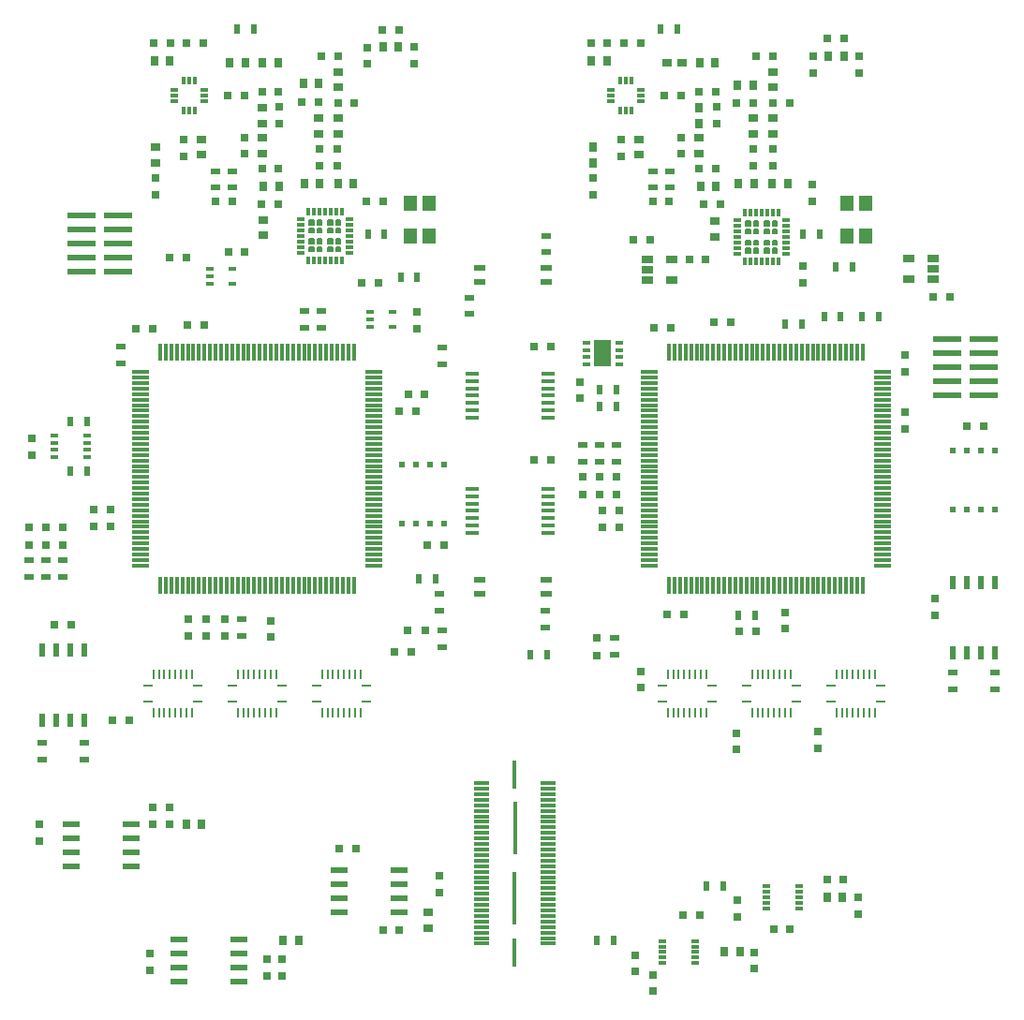
<source format=gbr>
G04 This is an RS-274x file exported by *
G04 gerbv version 2.6.1 *
G04 More information is available about gerbv at *
G04 http://gerbv.geda-project.org/ *
G04 --End of header info--*
%MOIN*%
%FSLAX34Y34*%
%IPPOS*%
G04 --Define apertures--*
%ADD10C,0.0039*%
%ADD11C,0.0059*%
%ADD12R,0.0256X0.0138*%
%ADD13R,0.0138X0.0256*%
%ADD14R,0.0630X0.0630*%
%ADD15R,0.0276X0.0118*%
%ADD16R,0.0118X0.0276*%
%ADD17R,0.0169X0.1000*%
%ADD18R,0.0169X0.1850*%
%ADD19R,0.0571X0.0120*%
%ADD20R,0.0472X0.0551*%
%ADD21R,0.0118X0.0630*%
%ADD22R,0.0630X0.0118*%
%ADD23R,0.0335X0.0110*%
%ADD24R,0.0110X0.0335*%
%ADD25R,0.1201X0.0807*%
%ADD26R,0.0197X0.0236*%
%ADD27R,0.0787X0.0787*%
%ADD28R,0.0315X0.0295*%
%ADD29R,0.0295X0.0315*%
%ADD30R,0.0315X0.0315*%
%ADD31R,0.0276X0.0354*%
%ADD32R,0.0354X0.0276*%
%ADD33R,0.0197X0.0354*%
%ADD34R,0.0354X0.0197*%
%ADD35R,0.0200X0.0450*%
%ADD36R,0.0276X0.0138*%
%ADD37R,0.0622X0.0925*%
%ADD38R,0.0472X0.0157*%
%ADD39R,0.0417X0.0256*%
%ADD40R,0.0260X0.0160*%
%ADD41R,0.0394X0.0197*%
%ADD42R,0.0610X0.0236*%
%ADD43R,0.1000X0.0200*%
G04 --Start main section--*
G54D11*
G01X0069982Y-030664D02*
G01X0069982Y-030821D01*
G01X0069943Y-030664D02*
G01X0069982Y-030664D01*
G01X0069943Y-030821D02*
G01X0069943Y-030664D01*
G01X0069903Y-030821D02*
G01X0069943Y-030821D01*
G01X0069903Y-030664D02*
G01X0069903Y-030821D01*
G01X0069864Y-030664D02*
G01X0069903Y-030664D01*
G01X0069864Y-030821D02*
G01X0069864Y-030664D01*
G01X0070021Y-030821D02*
G01X0069864Y-030821D01*
G01X0070021Y-030664D02*
G01X0070021Y-030821D01*
G01X0069864Y-030664D02*
G01X0070021Y-030664D01*
G01X0069864Y-030939D02*
G01X0070021Y-030939D01*
G01X0070021Y-030939D02*
G01X0070021Y-031097D01*
G01X0070021Y-031097D02*
G01X0069864Y-031097D01*
G01X0069864Y-031097D02*
G01X0069864Y-030939D01*
G01X0069864Y-030939D02*
G01X0069903Y-030939D01*
G01X0069903Y-030939D02*
G01X0069903Y-031097D01*
G01X0069903Y-031097D02*
G01X0069943Y-031097D01*
G01X0069943Y-031097D02*
G01X0069943Y-030939D01*
G01X0069943Y-030939D02*
G01X0069982Y-030939D01*
G01X0069982Y-030939D02*
G01X0069982Y-031097D01*
G01X0070258Y-030939D02*
G01X0070258Y-031097D01*
G01X0070218Y-030939D02*
G01X0070258Y-030939D01*
G01X0070218Y-031097D02*
G01X0070218Y-030939D01*
G01X0070179Y-031097D02*
G01X0070218Y-031097D01*
G01X0070179Y-030939D02*
G01X0070179Y-031097D01*
G01X0070139Y-030939D02*
G01X0070179Y-030939D01*
G01X0070139Y-031097D02*
G01X0070139Y-030939D01*
G01X0070297Y-031097D02*
G01X0070139Y-031097D01*
G01X0070297Y-030939D02*
G01X0070297Y-031097D01*
G01X0070139Y-030939D02*
G01X0070297Y-030939D01*
G01X0070139Y-030664D02*
G01X0070297Y-030664D01*
G01X0070297Y-030664D02*
G01X0070297Y-030821D01*
G01X0070297Y-030821D02*
G01X0070139Y-030821D01*
G01X0070139Y-030821D02*
G01X0070139Y-030664D01*
G01X0070139Y-030664D02*
G01X0070179Y-030664D01*
G01X0070179Y-030664D02*
G01X0070179Y-030821D01*
G01X0070179Y-030821D02*
G01X0070218Y-030821D01*
G01X0070218Y-030821D02*
G01X0070218Y-030664D01*
G01X0070218Y-030664D02*
G01X0070258Y-030664D01*
G01X0070258Y-030664D02*
G01X0070258Y-030821D01*
G01X0070258Y-031333D02*
G01X0070258Y-031491D01*
G01X0070218Y-031333D02*
G01X0070258Y-031333D01*
G01X0070218Y-031491D02*
G01X0070218Y-031333D01*
G01X0070179Y-031491D02*
G01X0070218Y-031491D01*
G01X0070179Y-031333D02*
G01X0070179Y-031491D01*
G01X0070139Y-031333D02*
G01X0070179Y-031333D01*
G01X0070139Y-031491D02*
G01X0070139Y-031333D01*
G01X0070297Y-031491D02*
G01X0070139Y-031491D01*
G01X0070297Y-031333D02*
G01X0070297Y-031491D01*
G01X0070139Y-031333D02*
G01X0070297Y-031333D01*
G01X0070139Y-031609D02*
G01X0070297Y-031609D01*
G01X0070297Y-031609D02*
G01X0070297Y-031766D01*
G01X0070297Y-031766D02*
G01X0070139Y-031766D01*
G01X0070139Y-031766D02*
G01X0070139Y-031609D01*
G01X0070139Y-031609D02*
G01X0070179Y-031609D01*
G01X0070179Y-031609D02*
G01X0070179Y-031766D01*
G01X0070179Y-031766D02*
G01X0070218Y-031766D01*
G01X0070218Y-031766D02*
G01X0070218Y-031609D01*
G01X0070218Y-031609D02*
G01X0070258Y-031609D01*
G01X0070258Y-031609D02*
G01X0070258Y-031766D01*
G01X0069982Y-031609D02*
G01X0069982Y-031766D01*
G01X0069943Y-031609D02*
G01X0069982Y-031609D01*
G01X0069943Y-031766D02*
G01X0069943Y-031609D01*
G01X0069903Y-031766D02*
G01X0069943Y-031766D01*
G01X0069903Y-031609D02*
G01X0069903Y-031766D01*
G01X0069864Y-031609D02*
G01X0069903Y-031609D01*
G01X0069864Y-031766D02*
G01X0069864Y-031609D01*
G01X0070021Y-031766D02*
G01X0069864Y-031766D01*
G01X0070021Y-031609D02*
G01X0070021Y-031766D01*
G01X0069864Y-031609D02*
G01X0070021Y-031609D01*
G01X0069864Y-031333D02*
G01X0070021Y-031333D01*
G01X0070021Y-031333D02*
G01X0070021Y-031491D01*
G01X0070021Y-031491D02*
G01X0069864Y-031491D01*
G01X0069864Y-031491D02*
G01X0069864Y-031333D01*
G01X0069864Y-031333D02*
G01X0069903Y-031333D01*
G01X0069903Y-031333D02*
G01X0069903Y-031491D01*
G01X0069903Y-031491D02*
G01X0069943Y-031491D01*
G01X0069943Y-031491D02*
G01X0069943Y-031333D01*
G01X0069943Y-031333D02*
G01X0069982Y-031333D01*
G01X0069982Y-031333D02*
G01X0069982Y-031491D01*
G01X0070651Y-031333D02*
G01X0070651Y-031491D01*
G01X0070612Y-031333D02*
G01X0070651Y-031333D01*
G01X0070612Y-031491D02*
G01X0070612Y-031333D01*
G01X0070572Y-031491D02*
G01X0070612Y-031491D01*
G01X0070572Y-031333D02*
G01X0070572Y-031491D01*
G01X0070533Y-031333D02*
G01X0070572Y-031333D01*
G01X0070533Y-031491D02*
G01X0070533Y-031333D01*
G01X0070691Y-031491D02*
G01X0070533Y-031491D01*
G01X0070691Y-031333D02*
G01X0070691Y-031491D01*
G01X0070533Y-031333D02*
G01X0070691Y-031333D01*
G01X0070533Y-031609D02*
G01X0070691Y-031609D01*
G01X0070691Y-031609D02*
G01X0070691Y-031766D01*
G01X0070691Y-031766D02*
G01X0070533Y-031766D01*
G01X0070533Y-031766D02*
G01X0070533Y-031609D01*
G01X0070533Y-031609D02*
G01X0070572Y-031609D01*
G01X0070572Y-031609D02*
G01X0070572Y-031766D01*
G01X0070572Y-031766D02*
G01X0070612Y-031766D01*
G01X0070612Y-031766D02*
G01X0070612Y-031609D01*
G01X0070612Y-031609D02*
G01X0070651Y-031609D01*
G01X0070651Y-031609D02*
G01X0070651Y-031766D01*
G01X0070927Y-031609D02*
G01X0070927Y-031766D01*
G01X0070887Y-031609D02*
G01X0070927Y-031609D01*
G01X0070887Y-031766D02*
G01X0070887Y-031609D01*
G01X0070848Y-031766D02*
G01X0070887Y-031766D01*
G01X0070848Y-031609D02*
G01X0070848Y-031766D01*
G01X0070809Y-031609D02*
G01X0070848Y-031609D01*
G01X0070809Y-031766D02*
G01X0070809Y-031609D01*
G01X0070966Y-031766D02*
G01X0070809Y-031766D01*
G01X0070966Y-031609D02*
G01X0070966Y-031766D01*
G01X0070809Y-031609D02*
G01X0070966Y-031609D01*
G01X0070809Y-031333D02*
G01X0070966Y-031333D01*
G01X0070966Y-031333D02*
G01X0070966Y-031491D01*
G01X0070966Y-031491D02*
G01X0070809Y-031491D01*
G01X0070809Y-031491D02*
G01X0070809Y-031333D01*
G01X0070809Y-031333D02*
G01X0070848Y-031333D01*
G01X0070848Y-031333D02*
G01X0070848Y-031491D01*
G01X0070848Y-031491D02*
G01X0070887Y-031491D01*
G01X0070887Y-031491D02*
G01X0070887Y-031333D01*
G01X0070887Y-031333D02*
G01X0070927Y-031333D01*
G01X0070927Y-031333D02*
G01X0070927Y-031491D01*
G01X0070927Y-030664D02*
G01X0070927Y-030821D01*
G01X0070887Y-030664D02*
G01X0070927Y-030664D01*
G01X0070887Y-030821D02*
G01X0070887Y-030664D01*
G01X0070848Y-030821D02*
G01X0070887Y-030821D01*
G01X0070848Y-030664D02*
G01X0070848Y-030821D01*
G01X0070809Y-030664D02*
G01X0070848Y-030664D01*
G01X0070809Y-030821D02*
G01X0070809Y-030664D01*
G01X0070966Y-030821D02*
G01X0070809Y-030821D01*
G01X0070966Y-030664D02*
G01X0070966Y-030821D01*
G01X0070809Y-030664D02*
G01X0070966Y-030664D01*
G01X0070809Y-030939D02*
G01X0070966Y-030939D01*
G01X0070966Y-030939D02*
G01X0070966Y-031097D01*
G01X0070966Y-031097D02*
G01X0070809Y-031097D01*
G01X0070809Y-031097D02*
G01X0070809Y-030939D01*
G01X0070809Y-030939D02*
G01X0070848Y-030939D01*
G01X0070848Y-030939D02*
G01X0070848Y-031097D01*
G01X0070848Y-031097D02*
G01X0070887Y-031097D01*
G01X0070887Y-031097D02*
G01X0070887Y-030939D01*
G01X0070887Y-030939D02*
G01X0070927Y-030939D01*
G01X0070927Y-030939D02*
G01X0070927Y-031097D01*
G01X0070651Y-030939D02*
G01X0070651Y-031097D01*
G01X0070612Y-030939D02*
G01X0070651Y-030939D01*
G01X0070612Y-031097D02*
G01X0070612Y-030939D01*
G01X0070572Y-031097D02*
G01X0070612Y-031097D01*
G01X0070572Y-030939D02*
G01X0070572Y-031097D01*
G01X0070533Y-030939D02*
G01X0070572Y-030939D01*
G01X0070533Y-031097D02*
G01X0070533Y-030939D01*
G01X0070691Y-031097D02*
G01X0070533Y-031097D01*
G01X0070691Y-030939D02*
G01X0070691Y-031097D01*
G01X0070533Y-030939D02*
G01X0070691Y-030939D01*
G01X0070533Y-030664D02*
G01X0070691Y-030664D01*
G01X0070691Y-030664D02*
G01X0070691Y-030821D01*
G01X0070691Y-030821D02*
G01X0070533Y-030821D01*
G01X0070533Y-030821D02*
G01X0070533Y-030664D01*
G01X0070533Y-030664D02*
G01X0070572Y-030664D01*
G01X0070572Y-030664D02*
G01X0070572Y-030821D01*
G01X0070572Y-030821D02*
G01X0070612Y-030821D01*
G01X0070612Y-030821D02*
G01X0070612Y-030664D01*
G01X0070612Y-030664D02*
G01X0070651Y-030664D01*
G01X0070651Y-030664D02*
G01X0070651Y-030821D01*
G01X0085517Y-030699D02*
G01X0085517Y-030856D01*
G01X0085478Y-030699D02*
G01X0085517Y-030699D01*
G01X0085478Y-030856D02*
G01X0085478Y-030699D01*
G01X0085438Y-030856D02*
G01X0085478Y-030856D01*
G01X0085438Y-030699D02*
G01X0085438Y-030856D01*
G01X0085399Y-030699D02*
G01X0085438Y-030699D01*
G01X0085399Y-030856D02*
G01X0085399Y-030699D01*
G01X0085556Y-030856D02*
G01X0085399Y-030856D01*
G01X0085556Y-030699D02*
G01X0085556Y-030856D01*
G01X0085399Y-030699D02*
G01X0085556Y-030699D01*
G01X0085399Y-030974D02*
G01X0085556Y-030974D01*
G01X0085556Y-030974D02*
G01X0085556Y-031132D01*
G01X0085556Y-031132D02*
G01X0085399Y-031132D01*
G01X0085399Y-031132D02*
G01X0085399Y-030974D01*
G01X0085399Y-030974D02*
G01X0085438Y-030974D01*
G01X0085438Y-030974D02*
G01X0085438Y-031132D01*
G01X0085438Y-031132D02*
G01X0085478Y-031132D01*
G01X0085478Y-031132D02*
G01X0085478Y-030974D01*
G01X0085478Y-030974D02*
G01X0085517Y-030974D01*
G01X0085517Y-030974D02*
G01X0085517Y-031132D01*
G01X0085793Y-030974D02*
G01X0085793Y-031132D01*
G01X0085753Y-030974D02*
G01X0085793Y-030974D01*
G01X0085753Y-031132D02*
G01X0085753Y-030974D01*
G01X0085714Y-031132D02*
G01X0085753Y-031132D01*
G01X0085714Y-030974D02*
G01X0085714Y-031132D01*
G01X0085674Y-030974D02*
G01X0085714Y-030974D01*
G01X0085674Y-031132D02*
G01X0085674Y-030974D01*
G01X0085832Y-031132D02*
G01X0085674Y-031132D01*
G01X0085832Y-030974D02*
G01X0085832Y-031132D01*
G01X0085674Y-030974D02*
G01X0085832Y-030974D01*
G01X0085674Y-030699D02*
G01X0085832Y-030699D01*
G01X0085832Y-030699D02*
G01X0085832Y-030856D01*
G01X0085832Y-030856D02*
G01X0085674Y-030856D01*
G01X0085674Y-030856D02*
G01X0085674Y-030699D01*
G01X0085674Y-030699D02*
G01X0085714Y-030699D01*
G01X0085714Y-030699D02*
G01X0085714Y-030856D01*
G01X0085714Y-030856D02*
G01X0085753Y-030856D01*
G01X0085753Y-030856D02*
G01X0085753Y-030699D01*
G01X0085753Y-030699D02*
G01X0085793Y-030699D01*
G01X0085793Y-030699D02*
G01X0085793Y-030856D01*
G01X0085793Y-031368D02*
G01X0085793Y-031526D01*
G01X0085753Y-031368D02*
G01X0085793Y-031368D01*
G01X0085753Y-031526D02*
G01X0085753Y-031368D01*
G01X0085714Y-031526D02*
G01X0085753Y-031526D01*
G01X0085714Y-031368D02*
G01X0085714Y-031526D01*
G01X0085674Y-031368D02*
G01X0085714Y-031368D01*
G01X0085674Y-031526D02*
G01X0085674Y-031368D01*
G01X0085832Y-031526D02*
G01X0085674Y-031526D01*
G01X0085832Y-031368D02*
G01X0085832Y-031526D01*
G01X0085674Y-031368D02*
G01X0085832Y-031368D01*
G01X0085674Y-031644D02*
G01X0085832Y-031644D01*
G01X0085832Y-031644D02*
G01X0085832Y-031801D01*
G01X0085832Y-031801D02*
G01X0085674Y-031801D01*
G01X0085674Y-031801D02*
G01X0085674Y-031644D01*
G01X0085674Y-031644D02*
G01X0085714Y-031644D01*
G01X0085714Y-031644D02*
G01X0085714Y-031801D01*
G01X0085714Y-031801D02*
G01X0085753Y-031801D01*
G01X0085753Y-031801D02*
G01X0085753Y-031644D01*
G01X0085753Y-031644D02*
G01X0085793Y-031644D01*
G01X0085793Y-031644D02*
G01X0085793Y-031801D01*
G01X0085517Y-031644D02*
G01X0085517Y-031801D01*
G01X0085478Y-031644D02*
G01X0085517Y-031644D01*
G01X0085478Y-031801D02*
G01X0085478Y-031644D01*
G01X0085438Y-031801D02*
G01X0085478Y-031801D01*
G01X0085438Y-031644D02*
G01X0085438Y-031801D01*
G01X0085399Y-031644D02*
G01X0085438Y-031644D01*
G01X0085399Y-031801D02*
G01X0085399Y-031644D01*
G01X0085556Y-031801D02*
G01X0085399Y-031801D01*
G01X0085556Y-031644D02*
G01X0085556Y-031801D01*
G01X0085399Y-031644D02*
G01X0085556Y-031644D01*
G01X0085399Y-031368D02*
G01X0085556Y-031368D01*
G01X0085556Y-031368D02*
G01X0085556Y-031526D01*
G01X0085556Y-031526D02*
G01X0085399Y-031526D01*
G01X0085399Y-031526D02*
G01X0085399Y-031368D01*
G01X0085399Y-031368D02*
G01X0085438Y-031368D01*
G01X0085438Y-031368D02*
G01X0085438Y-031526D01*
G01X0085438Y-031526D02*
G01X0085478Y-031526D01*
G01X0085478Y-031526D02*
G01X0085478Y-031368D01*
G01X0085478Y-031368D02*
G01X0085517Y-031368D01*
G01X0085517Y-031368D02*
G01X0085517Y-031526D01*
G01X0086186Y-031368D02*
G01X0086186Y-031526D01*
G01X0086147Y-031368D02*
G01X0086186Y-031368D01*
G01X0086147Y-031526D02*
G01X0086147Y-031368D01*
G01X0086107Y-031526D02*
G01X0086147Y-031526D01*
G01X0086107Y-031368D02*
G01X0086107Y-031526D01*
G01X0086068Y-031368D02*
G01X0086107Y-031368D01*
G01X0086068Y-031526D02*
G01X0086068Y-031368D01*
G01X0086226Y-031526D02*
G01X0086068Y-031526D01*
G01X0086226Y-031368D02*
G01X0086226Y-031526D01*
G01X0086068Y-031368D02*
G01X0086226Y-031368D01*
G01X0086068Y-031644D02*
G01X0086226Y-031644D01*
G01X0086226Y-031644D02*
G01X0086226Y-031801D01*
G01X0086226Y-031801D02*
G01X0086068Y-031801D01*
G01X0086068Y-031801D02*
G01X0086068Y-031644D01*
G01X0086068Y-031644D02*
G01X0086107Y-031644D01*
G01X0086107Y-031644D02*
G01X0086107Y-031801D01*
G01X0086107Y-031801D02*
G01X0086147Y-031801D01*
G01X0086147Y-031801D02*
G01X0086147Y-031644D01*
G01X0086147Y-031644D02*
G01X0086186Y-031644D01*
G01X0086186Y-031644D02*
G01X0086186Y-031801D01*
G01X0086462Y-031644D02*
G01X0086462Y-031801D01*
G01X0086422Y-031644D02*
G01X0086462Y-031644D01*
G01X0086422Y-031801D02*
G01X0086422Y-031644D01*
G01X0086383Y-031801D02*
G01X0086422Y-031801D01*
G01X0086383Y-031644D02*
G01X0086383Y-031801D01*
G01X0086344Y-031644D02*
G01X0086383Y-031644D01*
G01X0086344Y-031801D02*
G01X0086344Y-031644D01*
G01X0086501Y-031801D02*
G01X0086344Y-031801D01*
G01X0086501Y-031644D02*
G01X0086501Y-031801D01*
G01X0086344Y-031644D02*
G01X0086501Y-031644D01*
G01X0086344Y-031368D02*
G01X0086501Y-031368D01*
G01X0086501Y-031368D02*
G01X0086501Y-031526D01*
G01X0086501Y-031526D02*
G01X0086344Y-031526D01*
G01X0086344Y-031526D02*
G01X0086344Y-031368D01*
G01X0086344Y-031368D02*
G01X0086383Y-031368D01*
G01X0086383Y-031368D02*
G01X0086383Y-031526D01*
G01X0086383Y-031526D02*
G01X0086422Y-031526D01*
G01X0086422Y-031526D02*
G01X0086422Y-031368D01*
G01X0086422Y-031368D02*
G01X0086462Y-031368D01*
G01X0086462Y-031368D02*
G01X0086462Y-031526D01*
G01X0086462Y-030699D02*
G01X0086462Y-030856D01*
G01X0086422Y-030699D02*
G01X0086462Y-030699D01*
G01X0086422Y-030856D02*
G01X0086422Y-030699D01*
G01X0086383Y-030856D02*
G01X0086422Y-030856D01*
G01X0086383Y-030699D02*
G01X0086383Y-030856D01*
G01X0086344Y-030699D02*
G01X0086383Y-030699D01*
G01X0086344Y-030856D02*
G01X0086344Y-030699D01*
G01X0086501Y-030856D02*
G01X0086344Y-030856D01*
G01X0086501Y-030699D02*
G01X0086501Y-030856D01*
G01X0086344Y-030699D02*
G01X0086501Y-030699D01*
G01X0086344Y-030974D02*
G01X0086501Y-030974D01*
G01X0086501Y-030974D02*
G01X0086501Y-031132D01*
G01X0086501Y-031132D02*
G01X0086344Y-031132D01*
G01X0086344Y-031132D02*
G01X0086344Y-030974D01*
G01X0086344Y-030974D02*
G01X0086383Y-030974D01*
G01X0086383Y-030974D02*
G01X0086383Y-031132D01*
G01X0086383Y-031132D02*
G01X0086422Y-031132D01*
G01X0086422Y-031132D02*
G01X0086422Y-030974D01*
G01X0086422Y-030974D02*
G01X0086462Y-030974D01*
G01X0086462Y-030974D02*
G01X0086462Y-031132D01*
G01X0086186Y-030974D02*
G01X0086186Y-031132D01*
G01X0086147Y-030974D02*
G01X0086186Y-030974D01*
G01X0086147Y-031132D02*
G01X0086147Y-030974D01*
G01X0086107Y-031132D02*
G01X0086147Y-031132D01*
G01X0086107Y-030974D02*
G01X0086107Y-031132D01*
G01X0086068Y-030974D02*
G01X0086107Y-030974D01*
G01X0086068Y-031132D02*
G01X0086068Y-030974D01*
G01X0086226Y-031132D02*
G01X0086068Y-031132D01*
G01X0086226Y-030974D02*
G01X0086226Y-031132D01*
G01X0086068Y-030974D02*
G01X0086226Y-030974D01*
G01X0086068Y-030699D02*
G01X0086226Y-030699D01*
G01X0086226Y-030699D02*
G01X0086226Y-030856D01*
G01X0086226Y-030856D02*
G01X0086068Y-030856D01*
G01X0086068Y-030856D02*
G01X0086068Y-030699D01*
G01X0086068Y-030699D02*
G01X0086107Y-030699D01*
G01X0086107Y-030699D02*
G01X0086107Y-030856D01*
G01X0086107Y-030856D02*
G01X0086147Y-030856D01*
G01X0086147Y-030856D02*
G01X0086147Y-030699D01*
G01X0086147Y-030699D02*
G01X0086186Y-030699D01*
G01X0086186Y-030699D02*
G01X0086186Y-030856D01*
G54D12*
G01X0069539Y-031806D03*
G01X0069539Y-031609D03*
G01X0069539Y-031412D03*
G01X0069539Y-030624D03*
G01X0069539Y-030821D03*
G01X0069539Y-031018D03*
G01X0069539Y-031215D03*
G01X0071291Y-031806D03*
G01X0071291Y-031609D03*
G01X0071291Y-031412D03*
G01X0071291Y-030624D03*
G01X0071291Y-030821D03*
G01X0071291Y-031018D03*
G01X0071291Y-031215D03*
G54D13*
G01X0069824Y-032091D03*
G01X0070021Y-032091D03*
G01X0070218Y-032091D03*
G01X0070415Y-032091D03*
G01X0070612Y-032091D03*
G01X0070809Y-032091D03*
G01X0071006Y-032091D03*
G01X0069824Y-030339D03*
G01X0070021Y-030339D03*
G01X0070218Y-030339D03*
G01X0070612Y-030339D03*
G01X0070809Y-030339D03*
G01X0071006Y-030339D03*
G01X0070415Y-030339D03*
G54D12*
G01X0085074Y-031841D03*
G01X0085074Y-031644D03*
G01X0085074Y-031447D03*
G01X0085074Y-030659D03*
G01X0085074Y-030856D03*
G01X0085074Y-031053D03*
G01X0085074Y-031250D03*
G01X0086826Y-031841D03*
G01X0086826Y-031644D03*
G01X0086826Y-031447D03*
G01X0086826Y-030659D03*
G01X0086826Y-030856D03*
G01X0086826Y-031053D03*
G01X0086826Y-031250D03*
G54D13*
G01X0085359Y-032126D03*
G01X0085556Y-032126D03*
G01X0085753Y-032126D03*
G01X0085950Y-032126D03*
G01X0086147Y-032126D03*
G01X0086344Y-032126D03*
G01X0086541Y-032126D03*
G01X0085359Y-030374D03*
G01X0085556Y-030374D03*
G01X0085753Y-030374D03*
G01X0086147Y-030374D03*
G01X0086344Y-030374D03*
G01X0086541Y-030374D03*
G01X0085950Y-030374D03*
G54D15*
G01X0081656Y-026422D03*
G01X0081656Y-026225D03*
G01X0081656Y-026028D03*
G01X0080594Y-026422D03*
G01X0080594Y-026225D03*
G01X0080594Y-026028D03*
G54D16*
G01X0081125Y-025694D03*
G01X0081322Y-025694D03*
G01X0080928Y-025694D03*
G01X0081125Y-026756D03*
G01X0081322Y-026756D03*
G01X0080928Y-026756D03*
G54D15*
G01X0066106Y-026422D03*
G01X0066106Y-026225D03*
G01X0066106Y-026028D03*
G01X0065044Y-026422D03*
G01X0065044Y-026225D03*
G01X0065044Y-026028D03*
G54D16*
G01X0065575Y-025694D03*
G01X0065772Y-025694D03*
G01X0065378Y-025694D03*
G01X0065575Y-026756D03*
G01X0065772Y-026756D03*
G01X0065378Y-026756D03*
G54D17*
G01X0077165Y-050368D03*
G54D18*
G01X0077185Y-052293D03*
G54D17*
G01X0077165Y-056719D03*
G54D19*
G01X0075988Y-054035D03*
G01X0075988Y-050689D03*
G01X0075988Y-050886D03*
G01X0075988Y-051083D03*
G01X0075988Y-051280D03*
G01X0075988Y-051476D03*
G01X0075988Y-051673D03*
G01X0075988Y-051870D03*
G01X0075988Y-052067D03*
G01X0075988Y-052264D03*
G01X0075988Y-052461D03*
G01X0075988Y-052657D03*
G01X0075988Y-052854D03*
G01X0075988Y-053051D03*
G01X0075988Y-053248D03*
G01X0075988Y-053445D03*
G01X0075988Y-053642D03*
G01X0075988Y-053839D03*
G01X0075988Y-054232D03*
G01X0075988Y-054429D03*
G01X0075988Y-054626D03*
G01X0075988Y-054823D03*
G01X0075988Y-055020D03*
G01X0075988Y-055217D03*
G01X0075988Y-055413D03*
G01X0075988Y-055610D03*
G01X0075988Y-055807D03*
G01X0075988Y-056004D03*
G01X0075988Y-056201D03*
G01X0075988Y-056398D03*
G01X0078343Y-056398D03*
G01X0078343Y-056201D03*
G01X0078343Y-056004D03*
G01X0078343Y-055807D03*
G01X0078343Y-055610D03*
G01X0078343Y-055413D03*
G01X0078343Y-055217D03*
G01X0078343Y-055020D03*
G01X0078343Y-054823D03*
G01X0078343Y-054626D03*
G01X0078343Y-054429D03*
G01X0078343Y-054232D03*
G01X0078343Y-053839D03*
G01X0078343Y-053642D03*
G01X0078343Y-053445D03*
G01X0078343Y-053248D03*
G01X0078343Y-053051D03*
G01X0078343Y-052854D03*
G01X0078343Y-052657D03*
G01X0078343Y-052461D03*
G01X0078343Y-052264D03*
G01X0078343Y-052067D03*
G01X0078343Y-051870D03*
G01X0078343Y-051673D03*
G01X0078343Y-051476D03*
G01X0078343Y-051280D03*
G01X0078343Y-051083D03*
G01X0078343Y-050886D03*
G01X0078343Y-050689D03*
G01X0078343Y-054035D03*
G54D18*
G01X0077165Y-054793D03*
G54D20*
G01X0088990Y-030034D03*
G01X0088990Y-031216D03*
G01X0089660Y-031216D03*
G01X0089660Y-030034D03*
G54D21*
G01X0064555Y-035346D03*
G01X0064752Y-035346D03*
G01X0064949Y-035346D03*
G01X0065146Y-035346D03*
G01X0065343Y-035346D03*
G01X0065539Y-035346D03*
G01X0065736Y-035346D03*
G01X0065933Y-035346D03*
G01X0066130Y-035346D03*
G01X0066327Y-035346D03*
G01X0066524Y-035346D03*
G01X0066720Y-035346D03*
G01X0066917Y-035346D03*
G01X0067114Y-035346D03*
G01X0067311Y-035346D03*
G01X0067508Y-035346D03*
G01X0067705Y-035346D03*
G01X0067902Y-035346D03*
G01X0068098Y-035346D03*
G01X0068295Y-035346D03*
G01X0068492Y-035346D03*
G01X0068689Y-035346D03*
G01X0068886Y-035346D03*
G01X0069083Y-035346D03*
G01X0069280Y-035346D03*
G01X0069476Y-035346D03*
G01X0069673Y-035346D03*
G01X0069870Y-035346D03*
G01X0070067Y-035346D03*
G01X0070264Y-035346D03*
G01X0070461Y-035346D03*
G01X0070657Y-035346D03*
G01X0070854Y-035346D03*
G01X0071051Y-035346D03*
G01X0071248Y-035346D03*
G01X0071445Y-035346D03*
G54D22*
G01X0072154Y-036055D03*
G01X0072154Y-036252D03*
G01X0072154Y-036449D03*
G01X0072154Y-036646D03*
G01X0072154Y-036843D03*
G01X0072154Y-037039D03*
G01X0072154Y-037236D03*
G01X0072154Y-037433D03*
G01X0072154Y-037630D03*
G01X0072154Y-037827D03*
G01X0072154Y-038024D03*
G01X0072154Y-038220D03*
G01X0072154Y-038417D03*
G01X0072154Y-038614D03*
G01X0072154Y-038811D03*
G01X0072154Y-039008D03*
G01X0072154Y-039205D03*
G01X0072154Y-039402D03*
G01X0072154Y-039598D03*
G01X0072154Y-039795D03*
G01X0072154Y-039992D03*
G01X0072154Y-040189D03*
G01X0072154Y-040386D03*
G01X0072154Y-040583D03*
G01X0072154Y-040780D03*
G01X0072154Y-040976D03*
G01X0072154Y-041173D03*
G01X0072154Y-041370D03*
G01X0072154Y-041567D03*
G01X0072154Y-041764D03*
G01X0072154Y-041961D03*
G01X0072154Y-042157D03*
G01X0072154Y-042354D03*
G01X0072154Y-042551D03*
G01X0072154Y-042748D03*
G01X0072154Y-042945D03*
G54D21*
G01X0071445Y-043654D03*
G01X0071248Y-043654D03*
G01X0071051Y-043654D03*
G01X0070854Y-043654D03*
G01X0070657Y-043654D03*
G01X0070461Y-043654D03*
G01X0070264Y-043654D03*
G01X0070067Y-043654D03*
G01X0069870Y-043654D03*
G01X0069673Y-043654D03*
G01X0069476Y-043654D03*
G01X0069280Y-043654D03*
G01X0069083Y-043654D03*
G01X0068886Y-043654D03*
G01X0068689Y-043654D03*
G01X0068492Y-043654D03*
G01X0068295Y-043654D03*
G01X0068098Y-043654D03*
G01X0067902Y-043654D03*
G01X0067705Y-043654D03*
G01X0067508Y-043654D03*
G01X0067311Y-043654D03*
G01X0067114Y-043654D03*
G01X0066917Y-043654D03*
G01X0066720Y-043654D03*
G01X0066524Y-043654D03*
G01X0066327Y-043654D03*
G01X0066130Y-043654D03*
G01X0065933Y-043654D03*
G01X0065736Y-043654D03*
G01X0065539Y-043654D03*
G01X0065343Y-043654D03*
G01X0065146Y-043654D03*
G01X0064949Y-043654D03*
G01X0064752Y-043654D03*
G01X0064555Y-043654D03*
G54D22*
G01X0063846Y-042945D03*
G01X0063846Y-042748D03*
G01X0063846Y-042551D03*
G01X0063846Y-042354D03*
G01X0063846Y-042157D03*
G01X0063846Y-041961D03*
G01X0063846Y-041764D03*
G01X0063846Y-041567D03*
G01X0063846Y-041370D03*
G01X0063846Y-041173D03*
G01X0063846Y-040976D03*
G01X0063846Y-040780D03*
G01X0063846Y-040583D03*
G01X0063846Y-040386D03*
G01X0063846Y-040189D03*
G01X0063846Y-039992D03*
G01X0063846Y-039795D03*
G01X0063846Y-039598D03*
G01X0063846Y-039402D03*
G01X0063846Y-039205D03*
G01X0063846Y-039008D03*
G01X0063846Y-038811D03*
G01X0063846Y-038614D03*
G01X0063846Y-038417D03*
G01X0063846Y-038220D03*
G01X0063846Y-038024D03*
G01X0063846Y-037827D03*
G01X0063846Y-037630D03*
G01X0063846Y-037433D03*
G01X0063846Y-037236D03*
G01X0063846Y-037039D03*
G01X0063846Y-036843D03*
G01X0063846Y-036646D03*
G01X0063846Y-036449D03*
G01X0063846Y-036252D03*
G01X0063846Y-036055D03*
G54D23*
G01X0071876Y-047795D03*
G01X0071876Y-047205D03*
G54D24*
G01X0071689Y-048179D03*
G01X0071492Y-048179D03*
G01X0071295Y-048179D03*
G01X0071098Y-048179D03*
G01X0070902Y-048179D03*
G01X0070705Y-048179D03*
G01X0070508Y-048179D03*
G01X0070311Y-048179D03*
G01X0070311Y-046821D03*
G01X0070508Y-046821D03*
G01X0070705Y-046821D03*
G01X0070902Y-046821D03*
G01X0071098Y-046821D03*
G01X0071295Y-046821D03*
G01X0071492Y-046821D03*
G01X0071689Y-046821D03*
G54D23*
G01X0070124Y-047205D03*
G01X0070124Y-047795D03*
G01X0084176Y-047795D03*
G01X0084176Y-047205D03*
G54D24*
G01X0083989Y-048179D03*
G01X0083792Y-048179D03*
G01X0083595Y-048179D03*
G01X0083398Y-048179D03*
G01X0083202Y-048179D03*
G01X0083005Y-048179D03*
G01X0082808Y-048179D03*
G01X0082611Y-048179D03*
G01X0082611Y-046821D03*
G01X0082808Y-046821D03*
G01X0083005Y-046821D03*
G01X0083202Y-046821D03*
G01X0083398Y-046821D03*
G01X0083595Y-046821D03*
G01X0083792Y-046821D03*
G01X0083989Y-046821D03*
G54D23*
G01X0082424Y-047205D03*
G01X0082424Y-047795D03*
G01X0065876Y-047795D03*
G01X0065876Y-047205D03*
G54D24*
G01X0065689Y-048179D03*
G01X0065492Y-048179D03*
G01X0065295Y-048179D03*
G01X0065098Y-048179D03*
G01X0064902Y-048179D03*
G01X0064705Y-048179D03*
G01X0064508Y-048179D03*
G01X0064311Y-048179D03*
G01X0064311Y-046821D03*
G01X0064508Y-046821D03*
G01X0064705Y-046821D03*
G01X0064902Y-046821D03*
G01X0065098Y-046821D03*
G01X0065295Y-046821D03*
G01X0065492Y-046821D03*
G01X0065689Y-046821D03*
G54D23*
G01X0064124Y-047205D03*
G01X0064124Y-047795D03*
G01X0090176Y-047795D03*
G01X0090176Y-047205D03*
G54D24*
G01X0089989Y-048179D03*
G01X0089792Y-048179D03*
G01X0089595Y-048179D03*
G01X0089398Y-048179D03*
G01X0089202Y-048179D03*
G01X0089005Y-048179D03*
G01X0088808Y-048179D03*
G01X0088611Y-048179D03*
G01X0088611Y-046821D03*
G01X0088808Y-046821D03*
G01X0089005Y-046821D03*
G01X0089202Y-046821D03*
G01X0089398Y-046821D03*
G01X0089595Y-046821D03*
G01X0089792Y-046821D03*
G01X0089989Y-046821D03*
G54D23*
G01X0088424Y-047205D03*
G01X0088424Y-047795D03*
G01X0068876Y-047795D03*
G01X0068876Y-047205D03*
G54D24*
G01X0068689Y-048179D03*
G01X0068492Y-048179D03*
G01X0068295Y-048179D03*
G01X0068098Y-048179D03*
G01X0067902Y-048179D03*
G01X0067705Y-048179D03*
G01X0067508Y-048179D03*
G01X0067311Y-048179D03*
G01X0067311Y-046821D03*
G01X0067508Y-046821D03*
G01X0067705Y-046821D03*
G01X0067902Y-046821D03*
G01X0068098Y-046821D03*
G01X0068295Y-046821D03*
G01X0068492Y-046821D03*
G01X0068689Y-046821D03*
G54D23*
G01X0067124Y-047205D03*
G01X0067124Y-047795D03*
G01X0087176Y-047795D03*
G01X0087176Y-047205D03*
G54D24*
G01X0086989Y-048179D03*
G01X0086792Y-048179D03*
G01X0086595Y-048179D03*
G01X0086398Y-048179D03*
G01X0086202Y-048179D03*
G01X0086005Y-048179D03*
G01X0085808Y-048179D03*
G01X0085611Y-048179D03*
G01X0085611Y-046821D03*
G01X0085808Y-046821D03*
G01X0086005Y-046821D03*
G01X0086202Y-046821D03*
G01X0086398Y-046821D03*
G01X0086595Y-046821D03*
G01X0086792Y-046821D03*
G01X0086989Y-046821D03*
G54D23*
G01X0085424Y-047205D03*
G01X0085424Y-047795D03*
G54D26*
G01X0074650Y-039337D03*
G01X0074150Y-039337D03*
G01X0073650Y-039337D03*
G01X0073150Y-039337D03*
G01X0073150Y-041463D03*
G01X0073650Y-041463D03*
G01X0074150Y-041463D03*
G01X0074650Y-041463D03*
G01X0092750Y-040963D03*
G01X0093250Y-040963D03*
G01X0093750Y-040963D03*
G01X0094250Y-040963D03*
G01X0094250Y-038837D03*
G01X0093750Y-038837D03*
G01X0093250Y-038837D03*
G01X0092750Y-038837D03*
G54D28*
G01X0084845Y-034300D03*
G01X0084255Y-034300D03*
G01X0082720Y-034475D03*
G01X0082130Y-034475D03*
G01X0080305Y-041000D03*
G01X0080895Y-041000D03*
G01X0080895Y-041600D03*
G01X0080305Y-041600D03*
G54D29*
G01X0091050Y-037480D03*
G01X0091050Y-038070D03*
G01X0091050Y-036045D03*
G01X0091050Y-035455D03*
G54D28*
G01X0083195Y-044675D03*
G01X0082605Y-044675D03*
G01X0085745Y-045300D03*
G01X0085155Y-045300D03*
G54D29*
G01X0086800Y-044605D03*
G01X0086800Y-045195D03*
G54D28*
G01X0083730Y-028825D03*
G01X0084320Y-028825D03*
G54D29*
G01X0083100Y-027705D03*
G01X0083100Y-028295D03*
G01X0084350Y-027220D03*
G01X0084350Y-026630D03*
G01X0083730Y-026075D03*
G01X0084320Y-026075D03*
G54D28*
G01X0082670Y-030000D03*
G01X0082080Y-030000D03*
G54D29*
G01X0083095Y-026225D03*
G01X0082505Y-026225D03*
G01X0081645Y-024350D03*
G01X0081055Y-024350D03*
G01X0089425Y-024830D03*
G01X0089425Y-025420D03*
G54D28*
G01X0080950Y-027780D03*
G01X0080950Y-028370D03*
G01X0088305Y-024200D03*
G01X0088895Y-024200D03*
G54D29*
G01X0087775Y-025420D03*
G01X0087775Y-024830D03*
G54D28*
G01X0079950Y-029745D03*
G01X0079950Y-029155D03*
G54D29*
G01X0079880Y-024350D03*
G01X0080470Y-024350D03*
G54D28*
G01X0086345Y-024825D03*
G01X0085755Y-024825D03*
G01X0086945Y-026475D03*
G01X0086355Y-026475D03*
G01X0083970Y-032050D03*
G01X0083380Y-032050D03*
G01X0085055Y-026475D03*
G01X0085645Y-026475D03*
G54D29*
G01X0086350Y-028130D03*
G01X0086350Y-028720D03*
G01X0085650Y-028130D03*
G01X0085650Y-028720D03*
G01X0087750Y-029380D03*
G01X0087750Y-029970D03*
G54D28*
G01X0084495Y-030075D03*
G01X0083905Y-030075D03*
G54D29*
G01X0087425Y-032870D03*
G01X0087425Y-032280D03*
G01X0082100Y-057505D03*
G01X0082100Y-058095D03*
G54D28*
G01X0086380Y-055875D03*
G01X0086970Y-055875D03*
G54D29*
G01X0081450Y-057395D03*
G01X0081450Y-056805D03*
G01X0085075Y-054855D03*
G01X0085075Y-055445D03*
G54D28*
G01X0083155Y-055375D03*
G01X0083745Y-055375D03*
G01X0088870Y-054125D03*
G01X0088280Y-054125D03*
G54D29*
G01X0085700Y-057295D03*
G01X0085700Y-056705D03*
G01X0089400Y-054755D03*
G01X0089400Y-055345D03*
G54D28*
G01X0081405Y-031350D03*
G01X0081995Y-031350D03*
G01X0092645Y-033400D03*
G01X0092055Y-033400D03*
G54D29*
G01X0092125Y-044720D03*
G01X0092125Y-044130D03*
G01X0079500Y-036405D03*
G01X0079500Y-036995D03*
G54D28*
G01X0093255Y-038000D03*
G01X0093845Y-038000D03*
G01X0062855Y-048450D03*
G01X0063445Y-048450D03*
G54D29*
G01X0087950Y-048855D03*
G01X0087950Y-049445D03*
G54D28*
G01X0077855Y-035150D03*
G01X0078445Y-035150D03*
G01X0078445Y-039200D03*
G01X0077855Y-039200D03*
G01X0073495Y-046025D03*
G01X0072905Y-046025D03*
G54D29*
G01X0081650Y-047295D03*
G01X0081650Y-046705D03*
G01X0066850Y-044855D03*
G01X0066850Y-045445D03*
G01X0085050Y-048905D03*
G01X0085050Y-049495D03*
G54D28*
G01X0065530Y-034375D03*
G01X0066120Y-034375D03*
G01X0064295Y-034525D03*
G01X0063705Y-034525D03*
G01X0062205Y-040950D03*
G01X0062795Y-040950D03*
G01X0062795Y-041550D03*
G01X0062205Y-041550D03*
G01X0073645Y-037450D03*
G01X0073055Y-037450D03*
G01X0073380Y-036850D03*
G01X0073970Y-036850D03*
G54D29*
G01X0065550Y-044855D03*
G01X0065550Y-045445D03*
G01X0066200Y-045445D03*
G01X0066200Y-044855D03*
G01X0068500Y-045495D03*
G01X0068500Y-044905D03*
G54D28*
G01X0060805Y-045050D03*
G01X0061395Y-045050D03*
G54D29*
G01X0060000Y-039020D03*
G01X0060000Y-038430D03*
G54D28*
G01X0074055Y-042225D03*
G01X0074645Y-042225D03*
G01X0068770Y-028825D03*
G01X0068180Y-028825D03*
G54D29*
G01X0067550Y-027705D03*
G01X0067550Y-028295D03*
G01X0068800Y-026630D03*
G01X0068800Y-027220D03*
G54D28*
G01X0068180Y-026075D03*
G01X0068770Y-026075D03*
G01X0067120Y-030000D03*
G01X0066530Y-030000D03*
G01X0066955Y-026225D03*
G01X0067545Y-026225D03*
G01X0066095Y-024350D03*
G01X0065505Y-024350D03*
G54D29*
G01X0073575Y-024480D03*
G01X0073575Y-025070D03*
G01X0065400Y-028370D03*
G01X0065400Y-027780D03*
G54D28*
G01X0073045Y-023875D03*
G01X0072455Y-023875D03*
G54D29*
G01X0071925Y-025095D03*
G01X0071925Y-024505D03*
G01X0064400Y-029155D03*
G01X0064400Y-029745D03*
G54D28*
G01X0064920Y-024350D03*
G01X0064330Y-024350D03*
G01X0070305Y-024825D03*
G01X0070895Y-024825D03*
G01X0071470Y-026475D03*
G01X0070880Y-026475D03*
G01X0065495Y-031975D03*
G01X0064905Y-031975D03*
G01X0069605Y-026450D03*
G01X0070195Y-026450D03*
G54D29*
G01X0070870Y-028715D03*
G01X0070870Y-028125D03*
G01X0070220Y-028125D03*
G01X0070220Y-028715D03*
G54D28*
G01X0072495Y-030000D03*
G01X0071905Y-030000D03*
G01X0068755Y-030085D03*
G01X0068165Y-030085D03*
G01X0071730Y-032875D03*
G01X0072320Y-032875D03*
G54D29*
G01X0064200Y-057345D03*
G01X0064200Y-056755D03*
G01X0060250Y-052745D03*
G01X0060250Y-052155D03*
G01X0068900Y-056955D03*
G01X0068900Y-057545D03*
G01X0064300Y-052145D03*
G01X0064300Y-051555D03*
G01X0068350Y-057545D03*
G01X0068350Y-056955D03*
G01X0064900Y-051555D03*
G01X0064900Y-052145D03*
G01X0073700Y-033930D03*
G01X0073700Y-034520D03*
G54D28*
G01X0067570Y-031775D03*
G01X0066980Y-031775D03*
G54D30*
G01X0080200Y-040415D03*
G01X0080200Y-039785D03*
G01X0080800Y-039785D03*
G01X0080800Y-040415D03*
G01X0079600Y-040415D03*
G01X0079600Y-039785D03*
G01X0061100Y-042215D03*
G01X0061100Y-041585D03*
G01X0060500Y-041585D03*
G01X0060500Y-042215D03*
G01X0059900Y-042215D03*
G01X0059900Y-041585D03*
G54D31*
G01X0084326Y-029450D03*
G01X0083774Y-029450D03*
G54D32*
G01X0083725Y-028276D03*
G01X0083725Y-027724D03*
G54D31*
G01X0083725Y-026649D03*
G01X0083725Y-027201D03*
G01X0083749Y-025050D03*
G01X0084301Y-025050D03*
G54D32*
G01X0083126Y-025050D03*
G01X0082574Y-025050D03*
G01X0081575Y-027774D03*
G01X0081575Y-028326D03*
G54D31*
G01X0088324Y-024825D03*
G01X0088876Y-024825D03*
G01X0079950Y-028601D03*
G01X0079950Y-028049D03*
G01X0080450Y-024975D03*
G01X0079899Y-024975D03*
G54D32*
G01X0086350Y-025374D03*
G01X0086350Y-025926D03*
G54D31*
G01X0085099Y-025850D03*
G01X0085651Y-025850D03*
G54D32*
G01X0086350Y-027024D03*
G01X0086350Y-027576D03*
G01X0085650Y-027024D03*
G01X0085650Y-027576D03*
G54D31*
G01X0085676Y-029350D03*
G01X0085124Y-029350D03*
G01X0086876Y-029350D03*
G01X0086324Y-029350D03*
G54D32*
G01X0084275Y-031251D03*
G01X0084275Y-030699D03*
G54D31*
G01X0085176Y-056700D03*
G01X0084624Y-056700D03*
G01X0088826Y-054750D03*
G01X0088274Y-054750D03*
G01X0068224Y-029450D03*
G01X0068776Y-029450D03*
G54D32*
G01X0068175Y-027724D03*
G01X0068175Y-028276D03*
G01X0068175Y-027201D03*
G01X0068175Y-026649D03*
G54D31*
G01X0068199Y-025050D03*
G01X0068751Y-025050D03*
G01X0067576Y-025050D03*
G01X0067024Y-025050D03*
G54D32*
G01X0066025Y-028326D03*
G01X0066025Y-027774D03*
G54D31*
G01X0072474Y-024500D03*
G01X0073026Y-024500D03*
G54D32*
G01X0064400Y-028049D03*
G01X0064400Y-028601D03*
G54D31*
G01X0064349Y-024975D03*
G01X0064901Y-024975D03*
G54D32*
G01X0070900Y-025374D03*
G01X0070900Y-025926D03*
G54D31*
G01X0069644Y-025770D03*
G01X0070196Y-025770D03*
G54D32*
G01X0070900Y-027576D03*
G01X0070900Y-027024D03*
G01X0070200Y-027024D03*
G01X0070200Y-027576D03*
G54D31*
G01X0070226Y-029350D03*
G01X0069674Y-029350D03*
G01X0071426Y-029350D03*
G01X0070874Y-029350D03*
G54D32*
G01X0068235Y-030634D03*
G01X0068235Y-031186D03*
G54D31*
G01X0068924Y-056300D03*
G01X0069476Y-056300D03*
G01X0065474Y-052150D03*
G01X0066026Y-052150D03*
G54D33*
G01X0087395Y-034350D03*
G01X0086805Y-034350D03*
G01X0088770Y-034075D03*
G01X0088180Y-034075D03*
G01X0090120Y-034075D03*
G01X0089530Y-034075D03*
G54D34*
G01X0082675Y-028905D03*
G01X0082675Y-029495D03*
G01X0082075Y-029495D03*
G01X0082075Y-028905D03*
G54D33*
G01X0089195Y-032325D03*
G01X0088605Y-032325D03*
G01X0087430Y-031150D03*
G01X0088020Y-031150D03*
G01X0080695Y-056300D03*
G01X0080105Y-056300D03*
G01X0084005Y-054350D03*
G01X0084595Y-054350D03*
G01X0080205Y-036700D03*
G01X0080795Y-036700D03*
G01X0080795Y-037300D03*
G01X0080205Y-037300D03*
G54D34*
G01X0092750Y-047345D03*
G01X0092750Y-046755D03*
G01X0094250Y-047345D03*
G01X0094250Y-046755D03*
G01X0080200Y-039245D03*
G01X0080200Y-038655D03*
G01X0080800Y-038655D03*
G01X0080800Y-039245D03*
G01X0079600Y-039245D03*
G01X0079600Y-038655D03*
G01X0075540Y-033405D03*
G01X0075540Y-033995D03*
G01X0078275Y-031795D03*
G01X0078275Y-031205D03*
G01X0078250Y-044555D03*
G01X0078250Y-045145D03*
G01X0074500Y-043955D03*
G01X0074500Y-044545D03*
G01X0069700Y-033880D03*
G01X0069700Y-034470D03*
G01X0070300Y-034470D03*
G01X0070300Y-033880D03*
G01X0074600Y-035770D03*
G01X0074600Y-035180D03*
G01X0061100Y-043345D03*
G01X0061100Y-042755D03*
G01X0060500Y-043345D03*
G01X0060500Y-042755D03*
G01X0059900Y-042755D03*
G01X0059900Y-043345D03*
G01X0060350Y-049255D03*
G01X0060350Y-049845D03*
G54D33*
G01X0061945Y-039600D03*
G01X0061355Y-039600D03*
G54D34*
G01X0061850Y-049255D03*
G01X0061850Y-049845D03*
G54D33*
G01X0061355Y-037825D03*
G01X0061945Y-037825D03*
G54D34*
G01X0067125Y-028905D03*
G01X0067125Y-029495D03*
G01X0066525Y-029495D03*
G01X0066525Y-028905D03*
G54D33*
G01X0073705Y-032685D03*
G01X0073115Y-032685D03*
G01X0072530Y-031155D03*
G01X0071940Y-031155D03*
G54D22*
G01X0081946Y-036055D03*
G01X0081946Y-036252D03*
G01X0081946Y-036449D03*
G01X0081946Y-036646D03*
G01X0081946Y-036843D03*
G01X0081946Y-037039D03*
G01X0081946Y-037236D03*
G01X0081946Y-037433D03*
G01X0081946Y-037630D03*
G01X0081946Y-037827D03*
G01X0081946Y-038024D03*
G01X0081946Y-038220D03*
G01X0081946Y-038417D03*
G01X0081946Y-038614D03*
G01X0081946Y-038811D03*
G01X0081946Y-039008D03*
G01X0081946Y-039205D03*
G01X0081946Y-039402D03*
G01X0081946Y-039598D03*
G01X0081946Y-039795D03*
G01X0081946Y-039992D03*
G01X0081946Y-040189D03*
G01X0081946Y-040386D03*
G01X0081946Y-040583D03*
G01X0081946Y-040780D03*
G01X0081946Y-040976D03*
G01X0081946Y-041173D03*
G01X0081946Y-041370D03*
G01X0081946Y-041567D03*
G01X0081946Y-041764D03*
G01X0081946Y-041961D03*
G01X0081946Y-042157D03*
G01X0081946Y-042354D03*
G01X0081946Y-042551D03*
G01X0081946Y-042748D03*
G01X0081946Y-042945D03*
G54D21*
G01X0082655Y-043654D03*
G01X0082852Y-043654D03*
G01X0083049Y-043654D03*
G01X0083246Y-043654D03*
G01X0083443Y-043654D03*
G01X0083639Y-043654D03*
G01X0083836Y-043654D03*
G01X0084033Y-043654D03*
G01X0084230Y-043654D03*
G01X0084427Y-043654D03*
G01X0084624Y-043654D03*
G01X0084820Y-043654D03*
G01X0085017Y-043654D03*
G01X0085214Y-043654D03*
G01X0085411Y-043654D03*
G01X0085608Y-043654D03*
G01X0085805Y-043654D03*
G01X0086002Y-043654D03*
G01X0086198Y-043654D03*
G01X0086395Y-043654D03*
G01X0086592Y-043654D03*
G01X0086789Y-043654D03*
G01X0086986Y-043654D03*
G01X0087183Y-043654D03*
G01X0087380Y-043654D03*
G01X0087576Y-043654D03*
G01X0087773Y-043654D03*
G01X0087970Y-043654D03*
G01X0088167Y-043654D03*
G01X0088364Y-043654D03*
G01X0088561Y-043654D03*
G01X0088757Y-043654D03*
G01X0088954Y-043654D03*
G01X0089151Y-043654D03*
G01X0089348Y-043654D03*
G01X0089545Y-043654D03*
G54D22*
G01X0090254Y-042945D03*
G01X0090254Y-042748D03*
G01X0090254Y-042551D03*
G01X0090254Y-042354D03*
G01X0090254Y-042157D03*
G01X0090254Y-041961D03*
G01X0090254Y-041764D03*
G01X0090254Y-041567D03*
G01X0090254Y-041370D03*
G01X0090254Y-041173D03*
G01X0090254Y-040976D03*
G01X0090254Y-040780D03*
G01X0090254Y-040583D03*
G01X0090254Y-040386D03*
G01X0090254Y-040189D03*
G01X0090254Y-039992D03*
G01X0090254Y-039795D03*
G01X0090254Y-039598D03*
G01X0090254Y-039402D03*
G01X0090254Y-039205D03*
G01X0090254Y-039008D03*
G01X0090254Y-038811D03*
G01X0090254Y-038614D03*
G01X0090254Y-038417D03*
G01X0090254Y-038220D03*
G01X0090254Y-038024D03*
G01X0090254Y-037827D03*
G01X0090254Y-037630D03*
G01X0090254Y-037433D03*
G01X0090254Y-037236D03*
G01X0090254Y-037039D03*
G01X0090254Y-036843D03*
G01X0090254Y-036646D03*
G01X0090254Y-036449D03*
G01X0090254Y-036252D03*
G01X0090254Y-036055D03*
G54D21*
G01X0089545Y-035346D03*
G01X0089348Y-035346D03*
G01X0089151Y-035346D03*
G01X0088954Y-035346D03*
G01X0088757Y-035346D03*
G01X0088561Y-035346D03*
G01X0088364Y-035346D03*
G01X0088167Y-035346D03*
G01X0087970Y-035346D03*
G01X0087773Y-035346D03*
G01X0087576Y-035346D03*
G01X0087380Y-035346D03*
G01X0087183Y-035346D03*
G01X0086986Y-035346D03*
G01X0086789Y-035346D03*
G01X0086592Y-035346D03*
G01X0086395Y-035346D03*
G01X0086198Y-035346D03*
G01X0086002Y-035346D03*
G01X0085805Y-035346D03*
G01X0085608Y-035346D03*
G01X0085411Y-035346D03*
G01X0085214Y-035346D03*
G01X0085017Y-035346D03*
G01X0084820Y-035346D03*
G01X0084624Y-035346D03*
G01X0084427Y-035346D03*
G01X0084230Y-035346D03*
G01X0084033Y-035346D03*
G01X0083836Y-035346D03*
G01X0083639Y-035346D03*
G01X0083443Y-035346D03*
G01X0083246Y-035346D03*
G01X0083049Y-035346D03*
G01X0082852Y-035346D03*
G01X0082655Y-035346D03*
G54D35*
G01X0094250Y-046050D03*
G01X0093750Y-046050D03*
G01X0093250Y-046050D03*
G01X0092750Y-046050D03*
G01X0092750Y-043550D03*
G01X0093250Y-043550D03*
G01X0093750Y-043550D03*
G01X0094250Y-043550D03*
G01X0061850Y-045950D03*
G01X0061350Y-045950D03*
G01X0060850Y-045950D03*
G01X0060350Y-045950D03*
G01X0060350Y-048450D03*
G01X0060850Y-048450D03*
G01X0061350Y-048450D03*
G01X0061850Y-048450D03*
G54D20*
G01X0074110Y-030034D03*
G01X0074110Y-031216D03*
G01X0073440Y-031216D03*
G01X0073440Y-030034D03*
G54D36*
G01X0079729Y-035784D03*
G01X0079729Y-035528D03*
G01X0079719Y-035272D03*
G01X0079719Y-035016D03*
G54D37*
G01X0080300Y-035400D03*
G54D36*
G01X0080881Y-035784D03*
G01X0080881Y-035528D03*
G01X0080881Y-035272D03*
G01X0080881Y-035016D03*
G01X0061956Y-038316D03*
G01X0061956Y-038572D03*
G01X0061956Y-038828D03*
G01X0061956Y-039084D03*
G01X0060794Y-038316D03*
G01X0060794Y-038572D03*
G01X0060804Y-038828D03*
G01X0060804Y-039084D03*
G54D38*
G01X0075642Y-036132D03*
G01X0075642Y-036388D03*
G01X0075642Y-036644D03*
G01X0075642Y-036900D03*
G01X0075642Y-037156D03*
G01X0075642Y-037412D03*
G01X0075642Y-037668D03*
G01X0078358Y-037668D03*
G01X0078358Y-037412D03*
G01X0078358Y-037156D03*
G01X0078358Y-036900D03*
G01X0078358Y-036644D03*
G01X0078358Y-036388D03*
G01X0078358Y-036132D03*
G01X0078358Y-040232D03*
G01X0078358Y-040488D03*
G01X0078358Y-040744D03*
G01X0078358Y-041000D03*
G01X0078358Y-041256D03*
G01X0078358Y-041512D03*
G01X0078358Y-041768D03*
G01X0075642Y-041768D03*
G01X0075642Y-041512D03*
G01X0075642Y-041256D03*
G01X0075642Y-041000D03*
G01X0075642Y-040744D03*
G01X0075642Y-040488D03*
G01X0075642Y-040232D03*
G54D15*
G01X0082419Y-057094D03*
G01X0082419Y-056306D03*
G01X0082419Y-056503D03*
G01X0082419Y-056700D03*
G01X0082419Y-056897D03*
G01X0083581Y-056897D03*
G01X0083581Y-056700D03*
G01X0083581Y-056503D03*
G01X0083581Y-056306D03*
G01X0083581Y-057094D03*
G01X0087281Y-055144D03*
G01X0087281Y-054356D03*
G01X0087281Y-054553D03*
G01X0087281Y-054750D03*
G01X0087281Y-054947D03*
G01X0086119Y-054947D03*
G01X0086119Y-054750D03*
G01X0086119Y-054553D03*
G01X0086119Y-054356D03*
G01X0086119Y-055144D03*
G54D39*
G01X0091192Y-032749D03*
G01X0091192Y-032001D03*
G01X0092058Y-032001D03*
G01X0092058Y-032375D03*
G01X0092058Y-032749D03*
G01X0081892Y-032051D03*
G01X0081892Y-032425D03*
G01X0081892Y-032799D03*
G01X0082758Y-032799D03*
G01X0082758Y-032051D03*
G54D40*
G01X0072825Y-033915D03*
G01X0072825Y-034435D03*
G01X0072025Y-034175D03*
G01X0072025Y-034435D03*
G01X0072025Y-033915D03*
G01X0066325Y-032390D03*
G01X0066325Y-032910D03*
G01X0066325Y-032650D03*
G01X0067125Y-032910D03*
G01X0067125Y-032390D03*
G54D41*
G01X0078281Y-032350D03*
G01X0078281Y-032850D03*
G01X0075919Y-032850D03*
G01X0075919Y-032350D03*
G01X0078281Y-043950D03*
G01X0078281Y-043450D03*
G01X0075919Y-043450D03*
G01X0075919Y-043950D03*
G54D42*
G01X0067363Y-056250D03*
G01X0067363Y-056750D03*
G01X0067363Y-057250D03*
G01X0067363Y-057750D03*
G01X0065237Y-057750D03*
G01X0065237Y-057250D03*
G01X0065237Y-056750D03*
G01X0065237Y-056250D03*
G01X0061387Y-052150D03*
G01X0061387Y-052650D03*
G01X0061387Y-053150D03*
G01X0061387Y-053650D03*
G01X0063513Y-053650D03*
G01X0063513Y-053150D03*
G01X0063513Y-052650D03*
G01X0063513Y-052150D03*
G54D34*
G01X0063150Y-035155D03*
G01X0063150Y-035745D03*
G54D33*
G01X0085720Y-044725D03*
G01X0085130Y-044725D03*
G54D34*
G01X0067450Y-045445D03*
G01X0067450Y-044855D03*
G54D43*
G01X0093850Y-034900D03*
G01X0093850Y-035400D03*
G01X0093850Y-036900D03*
G01X0093850Y-036400D03*
G01X0093850Y-035900D03*
G01X0092550Y-034900D03*
G01X0092550Y-035400D03*
G01X0092550Y-036900D03*
G01X0092550Y-036400D03*
G01X0092550Y-035900D03*
G01X0063050Y-031500D03*
G01X0063050Y-031000D03*
G01X0063050Y-030500D03*
G01X0063050Y-032000D03*
G01X0063050Y-032500D03*
G01X0061750Y-031500D03*
G01X0061750Y-031000D03*
G01X0061750Y-030500D03*
G01X0061750Y-032000D03*
G01X0061750Y-032500D03*
G54D30*
G01X0073990Y-045250D03*
G01X0073360Y-045250D03*
G01X0080100Y-046135D03*
G01X0080100Y-045505D03*
G54D34*
G01X0074600Y-045255D03*
G01X0074600Y-045845D03*
G01X0080720Y-046115D03*
G01X0080720Y-045525D03*
G54D33*
G01X0078320Y-046125D03*
G01X0077730Y-046125D03*
G01X0074345Y-043425D03*
G01X0073755Y-043425D03*
G54D28*
G01X0070930Y-053025D03*
G01X0071520Y-053025D03*
G01X0073070Y-055925D03*
G01X0072480Y-055925D03*
G54D29*
G01X0074500Y-053980D03*
G01X0074500Y-054570D03*
G54D32*
G01X0074075Y-055299D03*
G01X0074075Y-055851D03*
G54D42*
G01X0070937Y-053800D03*
G01X0070937Y-054300D03*
G01X0070937Y-054800D03*
G01X0070937Y-055300D03*
G01X0073063Y-055300D03*
G01X0073063Y-054800D03*
G01X0073063Y-054300D03*
G01X0073063Y-053800D03*
G54D33*
G01X0082945Y-023850D03*
G01X0082355Y-023850D03*
G01X0067305Y-023850D03*
G01X0067895Y-023850D03*
M02*

</source>
